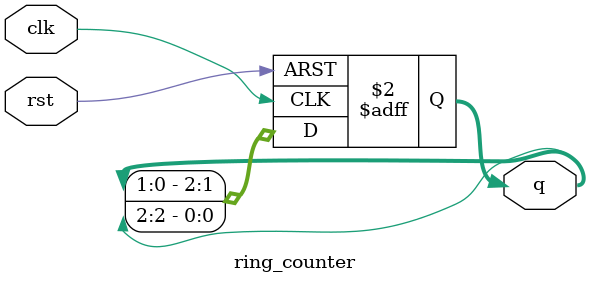
<source format=v>
`timescale 1ns/1ps
module ring_counter (
    input  wire clk,
    input  wire rst,       // async reset, active high
    output reg  [2:0] q
);
    always @(posedge clk or posedge rst) begin
        if (rst)
            q <= 3'b001;              // seed the ring with "001"
        else
            q <= {q[1:0], q[2]};      // rotate left
    end
endmodule

</source>
